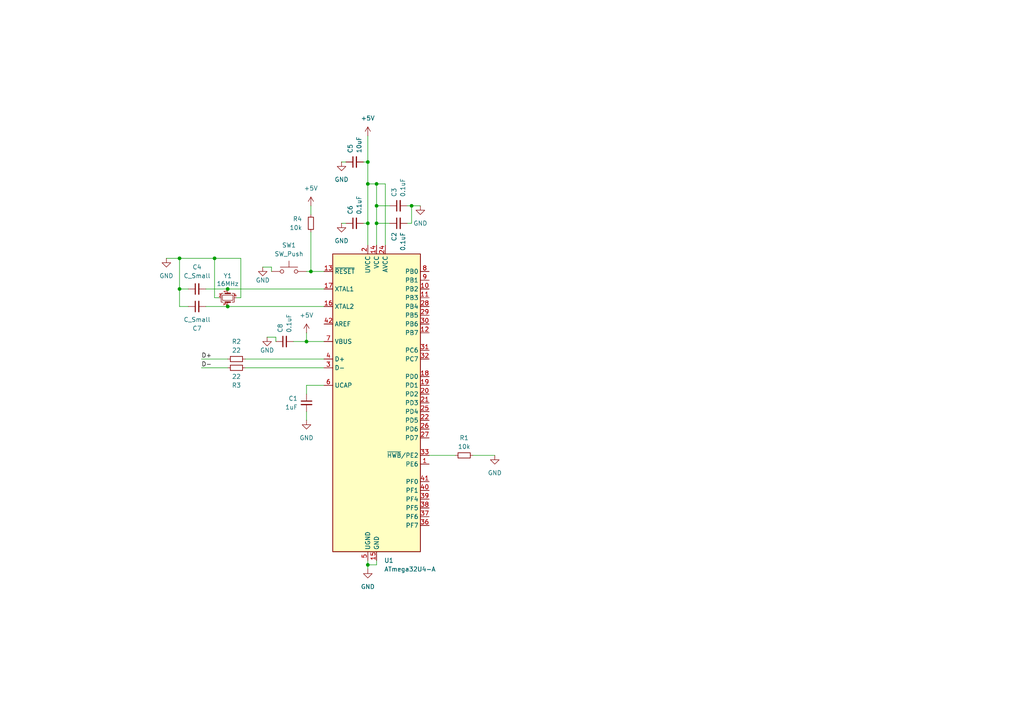
<source format=kicad_sch>
(kicad_sch (version 20231120) (generator "eeschema") (generator_version "8.0")
  (paper "A4")
  (lib_symbols
    (symbol "Device:C_Small" (pin_numbers hide) (pin_names (offset 0.254) hide)
      (property "Reference" "C" (at 0.254 1.778 0))
      (property "Value" "C_Small" (at 0.254 -2.032 0))
      (symbol "C_Small_0_1"
        (polyline (pts (xy -1.524 -0.508) (xy 1.524 -0.508)) (stroke (width 0.3302)))
        (polyline (pts (xy -1.524 0.508) (xy 1.524 0.508)) (stroke (width 0.3048)))
      )
      (symbol "C_Small_1_1"
        (pin passive line (at 0 2.54 270) (length 2.032) (name "~") (number "1"))
        (pin passive line (at 0 -2.54 90) (length 2.032) (name "~") (number "2"))
      )
    )
    (symbol "Device:Crystal_GND24_Small" (pin_names (offset 1.016) hide)
      (property "Reference" "Y" (at 1.27 4.445 0))
      (property "Value" "Crystal_GND24_Small" (at 1.27 2.54 0))
      (symbol "Crystal_GND24_Small_0_1"
        (rectangle (start -0.762 -1.524) (end 0.762 1.524))
        (polyline (pts (xy -1.27 -0.762) (xy -1.27 0.762)) (stroke (width 0.381)))
        (polyline (pts (xy 1.27 -0.762) (xy 1.27 0.762)) (stroke (width 0.381)))
        (polyline (pts (xy -1.27 -1.27) (xy -1.27 -1.905) (xy 1.27 -1.905) (xy 1.27 -1.27)))
        (polyline (pts (xy -1.27 1.27) (xy -1.27 1.905) (xy 1.27 1.905) (xy 1.27 1.27)))
      )
      (symbol "Crystal_GND24_Small_1_1"
        (pin passive line (at -2.54 0 0) (length 1.27) (name "1") (number "1"))
        (pin passive line (at 0 -2.54 90) (length 0.635) (name "2") (number "2"))
        (pin passive line (at 2.54 0 180) (length 1.27) (name "3") (number "3"))
        (pin passive line (at 0 2.54 270) (length 0.635) (name "4") (number "4"))
      )
    )
    (symbol "Device:R_Small" (pin_numbers hide) (pin_names (offset 0.254) hide)
      (property "Reference" "R" (at 0.762 0.508 0))
      (property "Value" "R_Small" (at 0.762 -1.016 0))
      (symbol "R_Small_0_1"
        (rectangle (start -0.762 1.778) (end 0.762 -1.778) (stroke (width 0.2032)))
      )
      (symbol "R_Small_1_1"
        (pin passive line (at 0 2.54 270) (length 0.762) (name "~") (number "1"))
        (pin passive line (at 0 -2.54 90) (length 0.762) (name "~") (number "2"))
      )
    )
    (symbol "MCU_Microchip_ATmega:ATmega32U4-A"
      (property "Reference" "U" (at -12.7 44.45 0))
      (property "Value" "ATmega32U4-A" (at 2.54 -44.45 0))
      (symbol "ATmega32U4-A_0_1"
        (rectangle (start -12.7 -43.18) (end 12.7 43.18) (stroke (width 0.254)) (fill (type background)))
      )
      (symbol "ATmega32U4-A_1_1"
        (pin bidirectional line (at 15.24 -17.78 180) (length 2.54) (name "PE6") (number "1"))
        (pin bidirectional line (at 15.24 33.02 180) (length 2.54) (name "PB2") (number "10"))
        (pin bidirectional line (at 15.24 30.48 180) (length 2.54) (name "PB3") (number "11"))
        (pin bidirectional line (at 15.24 20.32 180) (length 2.54) (name "PB7") (number "12"))
        (pin input line (at -15.24 38.1 0) (length 2.54) (name "~{RESET}") (number "13"))
        (pin power_in line (at 0 45.72 270) (length 2.54) (name "VCC") (number "14"))
        (pin power_in line (at 0 -45.72 90) (length 2.54) (name "GND") (number "15"))
        (pin output line (at -15.24 27.94 0) (length 2.54) (name "XTAL2") (number "16"))
        (pin input line (at -15.24 33.02 0) (length 2.54) (name "XTAL1") (number "17"))
        (pin bidirectional line (at 15.24 7.62 180) (length 2.54) (name "PD0") (number "18"))
        (pin bidirectional line (at 15.24 5.08 180) (length 2.54) (name "PD1") (number "19"))
        (pin power_in line (at -2.54 45.72 270) (length 2.54) (name "UVCC") (number "2"))
        (pin bidirectional line (at 15.24 2.54 180) (length 2.54) (name "PD2") (number "20"))
        (pin bidirectional line (at 15.24 0 180) (length 2.54) (name "PD3") (number "21"))
        (pin bidirectional line (at 15.24 -5.08 180) (length 2.54) (name "PD5") (number "22"))
        (pin passive line (at 0 -45.72 90) (length 2.54) hide (name "GND") (number "23"))
        (pin power_in line (at 2.54 45.72 270) (length 2.54) (name "AVCC") (number "24"))
        (pin bidirectional line (at 15.24 -2.54 180) (length 2.54) (name "PD4") (number "25"))
        (pin bidirectional line (at 15.24 -7.62 180) (length 2.54) (name "PD6") (number "26"))
        (pin bidirectional line (at 15.24 -10.16 180) (length 2.54) (name "PD7") (number "27"))
        (pin bidirectional line (at 15.24 27.94 180) (length 2.54) (name "PB4") (number "28"))
        (pin bidirectional line (at 15.24 25.4 180) (length 2.54) (name "PB5") (number "29"))
        (pin bidirectional line (at -15.24 10.16 0) (length 2.54) (name "D-") (number "3"))
        (pin bidirectional line (at 15.24 22.86 180) (length 2.54) (name "PB6") (number "30"))
        (pin bidirectional line (at 15.24 15.24 180) (length 2.54) (name "PC6") (number "31"))
        (pin bidirectional line (at 15.24 12.7 180) (length 2.54) (name "PC7") (number "32"))
        (pin bidirectional line (at 15.24 -15.24 180) (length 2.54) (name "~{HWB}/PE2") (number "33"))
        (pin passive line (at 0 45.72 270) (length 2.54) hide (name "VCC") (number "34"))
        (pin passive line (at 0 -45.72 90) (length 2.54) hide (name "GND") (number "35"))
        (pin bidirectional line (at 15.24 -35.56 180) (length 2.54) (name "PF7") (number "36"))
        (pin bidirectional line (at 15.24 -33.02 180) (length 2.54) (name "PF6") (number "37"))
        (pin bidirectional line (at 15.24 -30.48 180) (length 2.54) (name "PF5") (number "38"))
        (pin bidirectional line (at 15.24 -27.94 180) (length 2.54) (name "PF4") (number "39"))
        (pin bidirectional line (at -15.24 12.7 0) (length 2.54) (name "D+") (number "4"))
        (pin bidirectional line (at 15.24 -25.4 180) (length 2.54) (name "PF1") (number "40"))
        (pin bidirectional line (at 15.24 -22.86 180) (length 2.54) (name "PF0") (number "41"))
        (pin passive line (at -15.24 22.86 0) (length 2.54) (name "AREF") (number "42"))
        (pin passive line (at 0 -45.72 90) (length 2.54) hide (name "GND") (number "43"))
        (pin passive line (at 2.54 45.72 270) (length 2.54) hide (name "AVCC") (number "44"))
        (pin passive line (at -2.54 -45.72 90) (length 2.54) (name "UGND") (number "5"))
        (pin passive line (at -15.24 5.08 0) (length 2.54) (name "UCAP") (number "6"))
        (pin input line (at -15.24 17.78 0) (length 2.54) (name "VBUS") (number "7"))
        (pin bidirectional line (at 15.24 38.1 180) (length 2.54) (name "PB0") (number "8"))
        (pin bidirectional line (at 15.24 35.56 180) (length 2.54) (name "PB1") (number "9"))
      )
    )
    (symbol "Switch:SW_Push" (pin_numbers hide) (pin_names (offset 1.016) hide)
      (property "Reference" "SW" (at 1.27 2.54 0))
      (property "Value" "SW_Push" (at 0 -1.524 0))
      (symbol "SW_Push_0_1"
        (circle (center -2.032 0) (radius 0.508))
        (polyline (pts (xy 0 1.27) (xy 0 3.048)))
        (polyline (pts (xy 2.54 1.27) (xy -2.54 1.27)))
        (circle (center 2.032 0) (radius 0.508))
        (pin passive line (at -5.08 0 0) (length 2.54) (name "1") (number "1"))
        (pin passive line (at 5.08 0 180) (length 2.54) (name "2") (number "2"))
      )
    )
    (symbol "power:+5V" (power) (pin_numbers hide) (pin_names (offset 0) hide)
      (property "Value" "+5V" (at 0 3.556 0))
      (symbol "+5V_0_1"
        (polyline (pts (xy -0.762 1.27) (xy 0 2.54)))
        (polyline (pts (xy 0 0) (xy 0 2.54)))
        (polyline (pts (xy 0 2.54) (xy 0.762 1.27)))
      )
      (symbol "+5V_1_1"
        (pin power_in line (at 0 0 90) (length 0) (name "~") (number "1"))
      )
    )
    (symbol "power:GND" (power) (pin_numbers hide) (pin_names (offset 0) hide)
      (property "Value" "GND" (at 0 -3.81 0))
      (symbol "GND_0_1"
        (polyline (pts (xy 0 0) (xy 0 -1.27) (xy 1.27 -1.27) (xy 0 -2.54) (xy -1.27 -1.27) (xy 0 -1.27)))
      )
      (symbol "GND_1_1"
        (pin power_in line (at 0 0 270) (length 0) (name "~") (number "1"))
      )
    )
  )
  (junction (at 66.04 88.9))
  (junction (at 106.68 53.34))
  (junction (at 52.07 74.93))
  (junction (at 106.68 64.77))
  (junction (at 109.22 59.69))
  (junction (at 88.9 99.06))
  (junction (at 90.17 78.74))
  (junction (at 66.04 83.82))
  (junction (at 62.23 74.93))
  (junction (at 106.68 46.99))
  (junction (at 119.38 59.69))
  (junction (at 52.07 83.82))
  (junction (at 106.68 163.83))
  (junction (at 109.22 64.77))
  (junction (at 109.22 53.34))
  (wire (pts (xy 88.9 111.76) (xy 88.9 114.3)))
  (wire (pts (xy 109.22 59.69) (xy 109.22 64.77)))
  (wire (pts (xy 88.9 119.38) (xy 88.9 121.92)))
  (wire (pts (xy 77.47 97.79) (xy 80.01 97.79)))
  (wire (pts (xy 119.38 59.69) (xy 119.38 64.77)))
  (wire (pts (xy 106.68 46.99) (xy 106.68 53.34)))
  (wire (pts (xy 106.68 64.77) (xy 106.68 71.12)))
  (wire (pts (xy 54.61 83.82) (xy 52.07 83.82)))
  (wire (pts (xy 52.07 88.9) (xy 52.07 83.82)))
  (wire (pts (xy 90.17 78.74) (xy 93.98 78.74)))
  (wire (pts (xy 71.12 106.68) (xy 93.98 106.68)))
  (wire (pts (xy 63.5 86.36) (xy 62.23 86.36)))
  (wire (pts (xy 109.22 53.34) (xy 106.68 53.34)))
  (wire (pts (xy 109.22 64.77) (xy 113.03 64.77)))
  (wire (pts (xy 106.68 53.34) (xy 106.68 64.77)))
  (wire (pts (xy 90.17 78.74) (xy 88.9 78.74)))
  (wire (pts (xy 52.07 83.82) (xy 52.07 74.93)))
  (wire (pts (xy 99.06 64.77) (xy 100.33 64.77)))
  (wire (pts (xy 99.06 46.99) (xy 100.33 46.99)))
  (wire (pts (xy 109.22 59.69) (xy 113.03 59.69)))
  (wire (pts (xy 137.16 132.08) (xy 143.51 132.08)))
  (wire (pts (xy 90.17 67.31) (xy 90.17 78.74)))
  (wire (pts (xy 109.22 163.83) (xy 106.68 163.83)))
  (wire (pts (xy 118.11 59.69) (xy 119.38 59.69)))
  (wire (pts (xy 109.22 53.34) (xy 109.22 59.69)))
  (wire (pts (xy 62.23 74.93) (xy 69.85 74.93)))
  (wire (pts (xy 85.09 99.06) (xy 88.9 99.06)))
  (wire (pts (xy 58.42 106.68) (xy 66.04 106.68)))
  (wire (pts (xy 118.11 64.77) (xy 119.38 64.77)))
  (wire (pts (xy 66.04 88.9) (xy 93.98 88.9)))
  (wire (pts (xy 58.42 104.14) (xy 66.04 104.14)))
  (wire (pts (xy 62.23 74.93) (xy 62.23 86.36)))
  (wire (pts (xy 109.22 162.56) (xy 109.22 163.83)))
  (wire (pts (xy 54.61 88.9) (xy 52.07 88.9)))
  (wire (pts (xy 124.46 132.08) (xy 132.08 132.08)))
  (wire (pts (xy 80.01 97.79) (xy 80.01 99.06)))
  (wire (pts (xy 93.98 99.06) (xy 88.9 99.06)))
  (wire (pts (xy 109.22 64.77) (xy 109.22 71.12)))
  (wire (pts (xy 76.2 77.47) (xy 78.74 77.47)))
  (wire (pts (xy 78.74 77.47) (xy 78.74 78.74)))
  (wire (pts (xy 105.41 64.77) (xy 106.68 64.77)))
  (wire (pts (xy 106.68 163.83) (xy 106.68 162.56)))
  (wire (pts (xy 105.41 46.99) (xy 106.68 46.99)))
  (wire (pts (xy 90.17 59.69) (xy 90.17 62.23)))
  (wire (pts (xy 69.85 86.36) (xy 69.85 74.93)))
  (wire (pts (xy 93.98 111.76) (xy 88.9 111.76)))
  (wire (pts (xy 59.69 83.82) (xy 66.04 83.82)))
  (wire (pts (xy 52.07 74.93) (xy 62.23 74.93)))
  (wire (pts (xy 66.04 83.82) (xy 93.98 83.82)))
  (wire (pts (xy 88.9 96.52) (xy 88.9 99.06)))
  (wire (pts (xy 48.26 74.93) (xy 52.07 74.93)))
  (wire (pts (xy 59.69 88.9) (xy 66.04 88.9)))
  (wire (pts (xy 106.68 163.83) (xy 106.68 165.1)))
  (wire (pts (xy 69.85 86.36) (xy 68.58 86.36)))
  (wire (pts (xy 106.68 39.37) (xy 106.68 46.99)))
  (wire (pts (xy 119.38 59.69) (xy 121.92 59.69)))
  (wire (pts (xy 111.76 71.12) (xy 111.76 53.34)))
  (wire (pts (xy 111.76 53.34) (xy 109.22 53.34)))
  (wire (pts (xy 71.12 104.14) (xy 93.98 104.14)))
  (label "D+" (at 58.42 104.14 0))
  (label "D-" (at 58.42 106.68 0))
  (symbol (lib_id "power:GND") (at 99.06 64.77 0) (unit 1)
    (property "Reference" "#PWR05" (effects (hide yes)))
    (property "Value" "GND" (at 99.06 69.85 0))
    (property "Description" "Power symbol creates a global label with name \"GND\" , ground" (effects (hide yes)))
  )
  (symbol (lib_id "power:GND") (at 99.06 46.99 0) (unit 1)
    (property "Reference" "#PWR07" (effects (hide yes)))
    (property "Value" "GND" (at 99.06 52.07 0))
    (property "Description" "Power symbol creates a global label with name \"GND\" , ground" (effects (hide yes)))
  )
  (symbol (lib_id "power:+5V") (at 106.68 39.37 0) (unit 1)
    (property "Reference" "#PWR01" (effects (hide yes)))
    (property "Value" "+5V" (at 106.68 34.29 0))
    (property "Description" "Power symbol creates a global label with name \"+5V\"" (effects (hide yes)))
  )
  (symbol (lib_id "Device:C_Small") (at 102.87 64.77 90) (mirror x) (unit 1)
    (property "Reference" "C6" (at 101.6062 62.23 0) (effects (justify right)))
    (property "Value" "0.1uF" (at 104.1462 62.23 0) (effects (justify right)))
    (property "Description" "Unpolarized capacitor, small symbol" (effects (hide yes)))
  )
  (symbol (lib_id "power:GND") (at 106.68 165.1 0) (unit 1)
    (property "Reference" "#PWR02" (effects (hide yes)))
    (property "Value" "GND" (at 106.68 170.18 0))
    (property "Description" "Power symbol creates a global label with name \"GND\" , ground" (effects (hide yes)))
  )
  (symbol (lib_id "power:+5V") (at 90.17 59.69 0) (unit 1)
    (property "Reference" "#PWR011" (effects (hide yes)))
    (property "Value" "+5V" (at 90.17 54.61 0))
    (property "Description" "Power symbol creates a global label with name \"+5V\"" (effects (hide yes)))
  )
  (symbol (lib_id "Device:R_Small") (at 68.58 106.68 90) (mirror x) (unit 1)
    (property "Reference" "R3" (at 68.58 111.76 90))
    (property "Value" "22" (at 68.58 109.22 90))
    (property "Description" "Resistor, small symbol" (effects (hide yes)))
  )
  (symbol (lib_id "Device:C_Small") (at 115.57 59.69 90) (mirror x) (unit 1)
    (property "Reference" "C3" (at 114.3062 57.15 0) (effects (justify right)))
    (property "Value" "0.1uF" (at 116.8462 57.15 0) (effects (justify right)))
    (property "Description" "Unpolarized capacitor, small symbol" (effects (hide yes)))
  )
  (symbol (lib_id "power:GND") (at 88.9 121.92 0) (unit 1)
    (property "Reference" "#PWR04" (effects (hide yes)))
    (property "Value" "GND" (at 88.9 127 0))
    (property "Description" "Power symbol creates a global label with name \"GND\" , ground" (effects (hide yes)))
  )
  (symbol (lib_id "Device:C_Small") (at 115.57 64.77 90) (unit 1)
    (property "Reference" "C2" (at 114.3062 67.31 0) (effects (justify right)))
    (property "Value" "0.1uF" (at 116.8462 67.31 0) (effects (justify right)))
    (property "Description" "Unpolarized capacitor, small symbol" (effects (hide yes)))
  )
  (symbol (lib_id "Device:C_Small") (at 88.9 116.84 0) (unit 1)
    (property "Reference" "C1" (at 86.36 115.5762 0) (effects (justify right)))
    (property "Value" "1uF" (at 86.36 118.1162 0) (effects (justify right)))
    (property "Description" "Unpolarized capacitor, small symbol" (effects (hide yes)))
  )
  (symbol (lib_id "Device:C_Small") (at 57.15 83.82 90) (unit 1)
    (property "Reference" "C4" (at 57.1563 77.47 90))
    (property "Value" "C_Small" (at 57.1563 80.01 90))
    (property "Description" "Unpolarized capacitor, small symbol" (effects (hide yes)))
  )
  (symbol (lib_id "Device:R_Small") (at 134.62 132.08 90) (unit 1)
    (property "Reference" "R1" (at 134.62 127 90))
    (property "Value" "10k" (at 134.62 129.54 90))
    (property "Description" "Resistor, small symbol" (effects (hide yes)))
  )
  (symbol (lib_id "power:+5V") (at 88.9 96.52 0) (unit 1)
    (property "Reference" "#PWR08" (effects (hide yes)))
    (property "Value" "+5V" (at 88.9 91.44 0))
    (property "Description" "Power symbol creates a global label with name \"+5V\"" (effects (hide yes)))
  )
  (symbol (lib_id "power:GND") (at 143.51 132.08 0) (unit 1)
    (property "Reference" "#PWR03" (effects (hide yes)))
    (property "Value" "GND" (at 143.51 137.16 0))
    (property "Description" "Power symbol creates a global label with name \"GND\" , ground" (effects (hide yes)))
  )
  (symbol (lib_id "power:GND") (at 48.26 74.93 0) (unit 1)
    (property "Reference" "#PWR09" (effects (hide yes)))
    (property "Value" "GND" (at 48.26 80.01 0))
    (property "Description" "Power symbol creates a global label with name \"GND\" , ground" (effects (hide yes)))
  )
  (symbol (lib_id "power:GND") (at 121.92 59.69 0) (unit 1)
    (property "Reference" "#PWR06" (effects (hide yes)))
    (property "Value" "GND" (at 121.92 64.77 0))
    (property "Description" "Power symbol creates a global label with name \"GND\" , ground" (effects (hide yes)))
  )
  (symbol (lib_id "MCU_Microchip_ATmega:ATmega32U4-A") (at 109.22 116.84 0) (unit 1)
    (property "Reference" "U1" (at 111.4141 162.56 0) (effects (justify left)))
    (property "Value" "ATmega32U4-A" (at 111.4141 165.1 0) (effects (justify left)))
    (property "Footprint" "Package_QFP:TQFP-44_10x10mm_P0.8mm" (effects (hide yes)))
    (property "Datasheet" "http://ww1.microchip.com/downloads/en/DeviceDoc/Atmel-7766-8-bit-AVR-ATmega16U4-32U4_Datasheet.pdf" (effects (hide yes)))
    (property "Description" "16MHz, 32kB Flash, 2.5kB SRAM, 1kB EEPROM, USB 2.0, TQFP-44" (effects (hide yes)))
  )
  (symbol (lib_id "Switch:SW_Push") (at 83.82 78.74 0) (unit 1)
    (property "Reference" "SW1" (at 83.82 71.12 0))
    (property "Value" "SW_Push" (at 83.82 73.66 0))
    (property "Description" "Push button switch, generic, two pins" (effects (hide yes)))
  )
  (symbol (lib_id "Device:C_Small") (at 82.55 99.06 90) (mirror x) (unit 1)
    (property "Reference" "C8" (at 81.2862 96.52 0) (effects (justify right)))
    (property "Value" "0.1uF" (at 83.8262 96.52 0) (effects (justify right)))
    (property "Description" "Unpolarized capacitor, small symbol" (effects (hide yes)))
  )
  (symbol (lib_id "power:GND") (at 76.2 77.47 0) (unit 1)
    (property "Reference" "#PWR010" (effects (hide yes)))
    (property "Value" "GND" (at 76.2 81.28 0))
    (property "Description" "Power symbol creates a global label with name \"GND\" , ground" (effects (hide yes)))
  )
  (symbol (lib_id "Device:Crystal_GND24_Small") (at 66.04 86.36 270) (unit 1)
    (property "Reference" "Y1" (at 66.04 80.01 90))
    (property "Value" "16MHz" (at 66.04 82.296 90))
    (property "Description" "Four pin crystal, GND on pins 2 and 4, small symbol" (effects (hide yes)))
  )
  (symbol (lib_id "Device:C_Small") (at 102.87 46.99 90) (mirror x) (unit 1)
    (property "Reference" "C5" (at 101.6062 44.45 0) (effects (justify right)))
    (property "Value" "10uF" (at 104.1462 44.45 0) (effects (justify right)))
    (property "Description" "Unpolarized capacitor, small symbol" (effects (hide yes)))
  )
  (symbol (lib_id "power:GND") (at 77.47 97.79 0) (unit 1)
    (property "Reference" "#PWR012" (effects (hide yes)))
    (property "Value" "GND" (at 77.47 101.6 0))
    (property "Description" "Power symbol creates a global label with name \"GND\" , ground" (effects (hide yes)))
  )
  (symbol (lib_id "Device:R_Small") (at 68.58 104.14 90) (unit 1)
    (property "Reference" "R2" (at 68.58 99.06 90))
    (property "Value" "22" (at 68.58 101.6 90))
    (property "Description" "Resistor, small symbol" (effects (hide yes)))
  )
  (symbol (lib_id "Device:R_Small") (at 90.17 64.77 0) (mirror y) (unit 1)
    (property "Reference" "R4" (at 87.63 63.4999 0) (effects (justify left)))
    (property "Value" "10k" (at 87.63 66.0399 0) (effects (justify left)))
    (property "Description" "Resistor, small symbol" (effects (hide yes)))
  )
  (symbol (lib_id "Device:C_Small") (at 57.15 88.9 90) (mirror x) (unit 1)
    (property "Reference" "C7" (at 57.1563 95.25 90))
    (property "Value" "C_Small" (at 57.1563 92.71 90))
    (property "Description" "Unpolarized capacitor, small symbol" (effects (hide yes)))
  )
)
</source>
